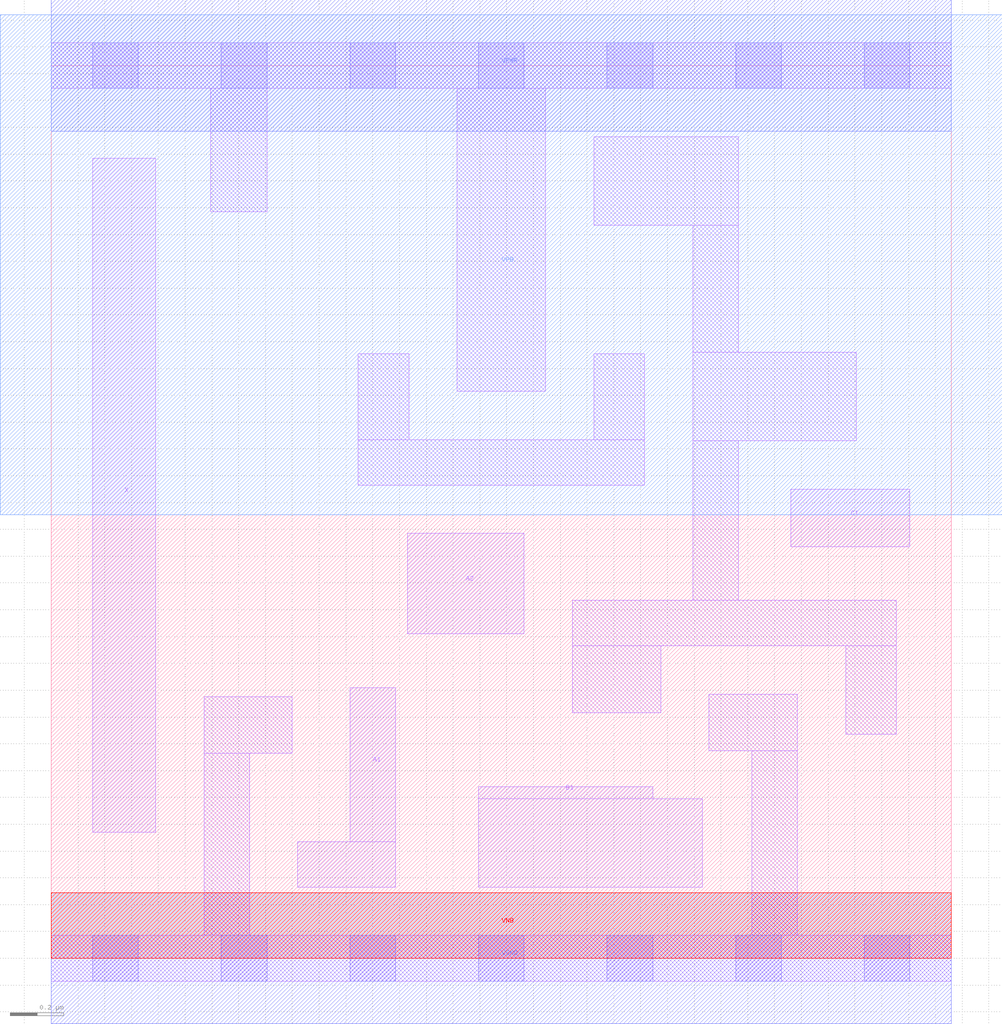
<source format=lef>
# Copyright 2020 The SkyWater PDK Authors
#
# Licensed under the Apache License, Version 2.0 (the "License");
# you may not use this file except in compliance with the License.
# You may obtain a copy of the License at
#
#     https://www.apache.org/licenses/LICENSE-2.0
#
# Unless required by applicable law or agreed to in writing, software
# distributed under the License is distributed on an "AS IS" BASIS,
# WITHOUT WARRANTIES OR CONDITIONS OF ANY KIND, either express or implied.
# See the License for the specific language governing permissions and
# limitations under the License.
#
# SPDX-License-Identifier: Apache-2.0

VERSION 5.7 ;
  NOWIREEXTENSIONATPIN ON ;
  DIVIDERCHAR "/" ;
  BUSBITCHARS "[]" ;
MACRO sky130_fd_sc_lp__a211o_m
  CLASS CORE ;
  FOREIGN sky130_fd_sc_lp__a211o_m ;
  ORIGIN  0.000000  0.000000 ;
  SIZE  3.360000 BY  3.330000 ;
  SYMMETRY X Y R90 ;
  SITE unit ;
  PIN A1
    ANTENNAGATEAREA  0.126000 ;
    DIRECTION INPUT ;
    USE SIGNAL ;
    PORT
      LAYER li1 ;
        RECT 0.920000 0.265000 1.285000 0.435000 ;
        RECT 1.115000 0.435000 1.285000 1.010000 ;
    END
  END A1
  PIN A2
    ANTENNAGATEAREA  0.126000 ;
    DIRECTION INPUT ;
    USE SIGNAL ;
    PORT
      LAYER li1 ;
        RECT 1.330000 1.210000 1.765000 1.585000 ;
    END
  END A2
  PIN B1
    ANTENNAGATEAREA  0.126000 ;
    DIRECTION INPUT ;
    USE SIGNAL ;
    PORT
      LAYER li1 ;
        RECT 1.595000 0.265000 2.430000 0.595000 ;
        RECT 1.595000 0.595000 2.245000 0.640000 ;
    END
  END B1
  PIN C1
    ANTENNAGATEAREA  0.126000 ;
    DIRECTION INPUT ;
    USE SIGNAL ;
    PORT
      LAYER li1 ;
        RECT 2.760000 1.535000 3.205000 1.750000 ;
    END
  END C1
  PIN X
    ANTENNADIFFAREA  0.222600 ;
    DIRECTION OUTPUT ;
    USE SIGNAL ;
    PORT
      LAYER li1 ;
        RECT 0.155000 0.470000 0.390000 2.985000 ;
    END
  END X
  PIN VGND
    DIRECTION INOUT ;
    USE GROUND ;
    PORT
      LAYER met1 ;
        RECT 0.000000 -0.245000 3.360000 0.245000 ;
    END
  END VGND
  PIN VNB
    DIRECTION INOUT ;
    USE GROUND ;
    PORT
      LAYER pwell ;
        RECT 0.000000 0.000000 3.360000 0.245000 ;
    END
  END VNB
  PIN VPB
    DIRECTION INOUT ;
    USE POWER ;
    PORT
      LAYER nwell ;
        RECT -0.190000 1.655000 3.550000 3.520000 ;
    END
  END VPB
  PIN VPWR
    DIRECTION INOUT ;
    USE POWER ;
    PORT
      LAYER met1 ;
        RECT 0.000000 3.085000 3.360000 3.575000 ;
    END
  END VPWR
  OBS
    LAYER li1 ;
      RECT 0.000000 -0.085000 3.360000 0.085000 ;
      RECT 0.000000  3.245000 3.360000 3.415000 ;
      RECT 0.570000  0.085000 0.740000 0.765000 ;
      RECT 0.570000  0.765000 0.900000 0.975000 ;
      RECT 0.595000  2.785000 0.805000 3.245000 ;
      RECT 1.145000  1.765000 2.215000 1.935000 ;
      RECT 1.145000  1.935000 1.335000 2.255000 ;
      RECT 1.515000  2.115000 1.845000 3.245000 ;
      RECT 1.945000  0.915000 2.275000 1.165000 ;
      RECT 1.945000  1.165000 3.155000 1.335000 ;
      RECT 2.025000  1.935000 2.215000 2.255000 ;
      RECT 2.025000  2.735000 2.565000 3.065000 ;
      RECT 2.395000  1.335000 2.565000 1.930000 ;
      RECT 2.395000  1.930000 3.005000 2.260000 ;
      RECT 2.395000  2.260000 2.565000 2.735000 ;
      RECT 2.455000  0.775000 2.785000 0.985000 ;
      RECT 2.615000  0.085000 2.785000 0.775000 ;
      RECT 2.965000  0.835000 3.155000 1.165000 ;
    LAYER mcon ;
      RECT 0.155000 -0.085000 0.325000 0.085000 ;
      RECT 0.155000  3.245000 0.325000 3.415000 ;
      RECT 0.635000 -0.085000 0.805000 0.085000 ;
      RECT 0.635000  3.245000 0.805000 3.415000 ;
      RECT 1.115000 -0.085000 1.285000 0.085000 ;
      RECT 1.115000  3.245000 1.285000 3.415000 ;
      RECT 1.595000 -0.085000 1.765000 0.085000 ;
      RECT 1.595000  3.245000 1.765000 3.415000 ;
      RECT 2.075000 -0.085000 2.245000 0.085000 ;
      RECT 2.075000  3.245000 2.245000 3.415000 ;
      RECT 2.555000 -0.085000 2.725000 0.085000 ;
      RECT 2.555000  3.245000 2.725000 3.415000 ;
      RECT 3.035000 -0.085000 3.205000 0.085000 ;
      RECT 3.035000  3.245000 3.205000 3.415000 ;
  END
END sky130_fd_sc_lp__a211o_m
END LIBRARY

</source>
